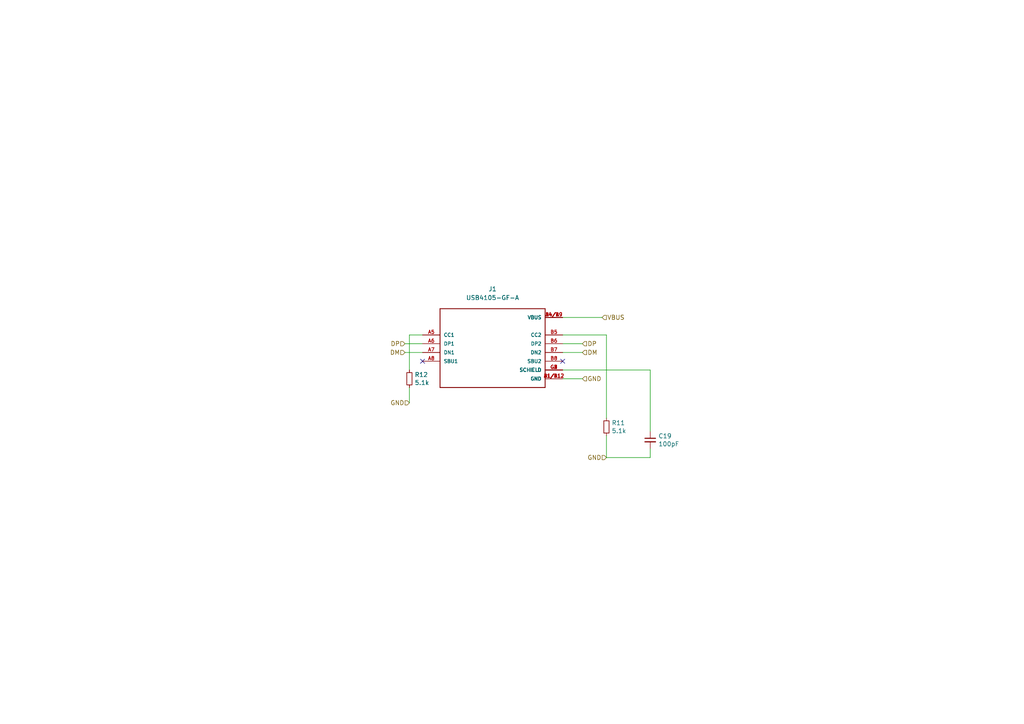
<source format=kicad_sch>
(kicad_sch (version 20230121) (generator eeschema)
  (paper "A4")
  (lib_symbols
    (symbol "Device:C_Small" (pin_numbers hide) (pin_names (offset 0.254) hide)
      (property "Reference" "C" (at 0.254 1.778 0))
      (property "Value" "C_Small" (at 0.254 -2.032 0))
      (symbol "C_Small_0_1"
        (polyline (pts (xy -1.524 -0.508) (xy 1.524 -0.508)) (stroke (width 0.3302)))
        (polyline (pts (xy -1.524 0.508) (xy 1.524 0.508)) (stroke (width 0.3048)))
      )
      (symbol "C_Small_1_1"
        (pin passive line (at 0 2.54 270) (length 2.032) (name "~") (number "1"))
        (pin passive line (at 0 -2.54 90) (length 2.032) (name "~") (number "2"))
      )
    )
    (symbol "Device:R_Small" (pin_numbers hide) (pin_names (offset 0.254) hide)
      (property "Reference" "R" (at 0.762 0.508 0))
      (property "Value" "R_Small" (at 0.762 -1.016 0))
      (symbol "R_Small_0_1"
        (rectangle (start -0.762 1.778) (end 0.762 -1.778) (stroke (width 0.2032)))
      )
      (symbol "R_Small_1_1"
        (pin passive line (at 0 2.54 270) (length 0.762) (name "~") (number "1"))
        (pin passive line (at 0 -2.54 90) (length 0.762) (name "~") (number "2"))
      )
    )
    (symbol "b051:USB4105-GF-A" (pin_names (offset 1.016))
      (property "Reference" "J2" (at 0 16.9418 0))
      (property "Value" "USB4105-GF-A" (at 0 14.6304 0))
      (symbol "USB4105-GF-A_0_0"
        (polyline (pts (xy -15.24 -10.16) (xy -15.24 12.7)) (stroke (width 0.254)))
        (polyline (pts (xy -15.24 12.7) (xy 15.24 12.7)) (stroke (width 0.254)))
        (polyline (pts (xy 15.24 -10.16) (xy -15.24 -10.16)) (stroke (width 0.254)))
        (polyline (pts (xy 15.24 12.7) (xy 15.24 -10.16)) (stroke (width 0.254)))
        (pin power_in line (at 20.32 -7.62 180) (length 5.08) (name "GND") (number "A1/B12"))
        (pin power_in line (at 20.32 10.16 180) (length 5.08) (name "VBUS") (number "A4/B9"))
        (pin bidirectional line (at -20.32 5.08 0) (length 5.08) (name "CC1") (number "A5"))
        (pin bidirectional line (at -20.32 2.54 0) (length 5.08) (name "DP1") (number "A6"))
        (pin bidirectional line (at -20.32 0 0) (length 5.08) (name "DN1") (number "A7"))
        (pin bidirectional line (at -20.32 -2.54 0) (length 5.08) (name "SBU1") (number "A8"))
        (pin power_in line (at 20.32 -7.62 180) (length 5.08) (name "GND") (number "B1/A12"))
        (pin power_in line (at 20.32 10.16 180) (length 5.08) (name "VBUS") (number "B4/A9"))
        (pin bidirectional line (at 20.32 5.08 180) (length 5.08) (name "CC2") (number "B5"))
        (pin bidirectional line (at 20.32 2.54 180) (length 5.08) (name "DP2") (number "B6"))
        (pin bidirectional line (at 20.32 0 180) (length 5.08) (name "DN2") (number "B7"))
        (pin bidirectional line (at 20.32 -2.54 180) (length 5.08) (name "SBU2") (number "B8"))
        (pin power_in line (at 20.32 -5.08 180) (length 5.08) (name "SCHIELD") (number "G1"))
        (pin power_in line (at 20.32 -5.08 180) (length 5.08) (name "SCHIELD") (number "G2"))
        (pin power_in line (at 20.32 -5.08 180) (length 5.08) (name "SCHIELD") (number "G3"))
        (pin power_in line (at 20.32 -5.08 180) (length 5.08) (name "SCHIELD") (number "G4"))
      )
    )
  )
  (no_connect (at 122.555 104.775))
  (no_connect (at 163.195 104.775))
  (wire (pts (xy 175.895 132.715) (xy 188.595 132.715)))
  (wire (pts (xy 175.895 132.715) (xy 175.895 126.365)))
  (wire (pts (xy 163.195 109.855) (xy 168.91 109.855)))
  (wire (pts (xy 175.895 97.155) (xy 175.895 121.285)))
  (wire (pts (xy 163.195 107.315) (xy 188.595 107.315)))
  (wire (pts (xy 118.745 116.84) (xy 118.745 112.395)))
  (wire (pts (xy 163.195 92.075) (xy 174.625 92.075)))
  (wire (pts (xy 163.195 102.235) (xy 168.91 102.235)))
  (wire (pts (xy 117.475 99.695) (xy 122.555 99.695)))
  (wire (pts (xy 163.195 97.155) (xy 175.895 97.155)))
  (wire (pts (xy 118.745 97.155) (xy 122.555 97.155)))
  (wire (pts (xy 118.745 107.315) (xy 118.745 97.155)))
  (wire (pts (xy 188.595 132.715) (xy 188.595 130.175)))
  (wire (pts (xy 188.595 107.315) (xy 188.595 125.095)))
  (wire (pts (xy 117.475 102.235) (xy 122.555 102.235)))
  (wire (pts (xy 163.195 99.695) (xy 168.91 99.695)))
  (hierarchical_label "GND" (shape input) (at 175.895 132.715 180))
  (hierarchical_label "DM" (shape input) (at 168.91 102.235 0))
  (hierarchical_label "GND" (shape input) (at 168.91 109.855 0))
  (hierarchical_label "DM" (shape input) (at 117.475 102.235 180))
  (hierarchical_label "DP" (shape input) (at 168.91 99.695 0))
  (hierarchical_label "DP" (shape input) (at 117.475 99.695 180))
  (hierarchical_label "GND" (shape input) (at 118.745 116.84 180))
  (hierarchical_label "VBUS" (shape input) (at 174.625 92.075 0))
  (symbol (lib_id "Device:C_Small") (at 188.595 127.635 0) (unit 1)
    (property "Reference" "C19" (at 190.9318 126.4666 0) (effects (justify left)))
    (property "Value" "100pF" (at 190.9318 128.778 0) (effects (justify left)))
    (property "Footprint" "Capacitor_SMD:C_0402_1005Metric" (effects hide))
  )
  (symbol (lib_id "b051:USB4105-GF-A") (at 142.875 102.235 0) (unit 1)
    (property "Reference" "J1" (at 142.875 83.82 0))
    (property "Value" "USB4105-GF-A" (at 142.875 86.36 0))
    (property "Footprint" "b051:GCT_USB4105-GF-A" (effects hide))
  )
  (symbol (lib_id "Device:R_Small") (at 175.895 123.825 0) (unit 1)
    (property "Reference" "R11" (at 177.3936 122.6566 0) (effects (justify left)))
    (property "Value" "5.1k" (at 177.3936 124.968 0) (effects (justify left)))
    (property "Footprint" "Resistor_SMD:R_0402_1005Metric" (effects hide))
  )
  (symbol (lib_id "Device:R_Small") (at 118.745 109.855 0) (unit 1)
    (property "Reference" "R12" (at 120.2436 108.6866 0) (effects (justify left)))
    (property "Value" "5.1k" (at 120.2436 110.998 0) (effects (justify left)))
    (property "Footprint" "Resistor_SMD:R_0402_1005Metric" (effects hide))
  )
)
</source>
